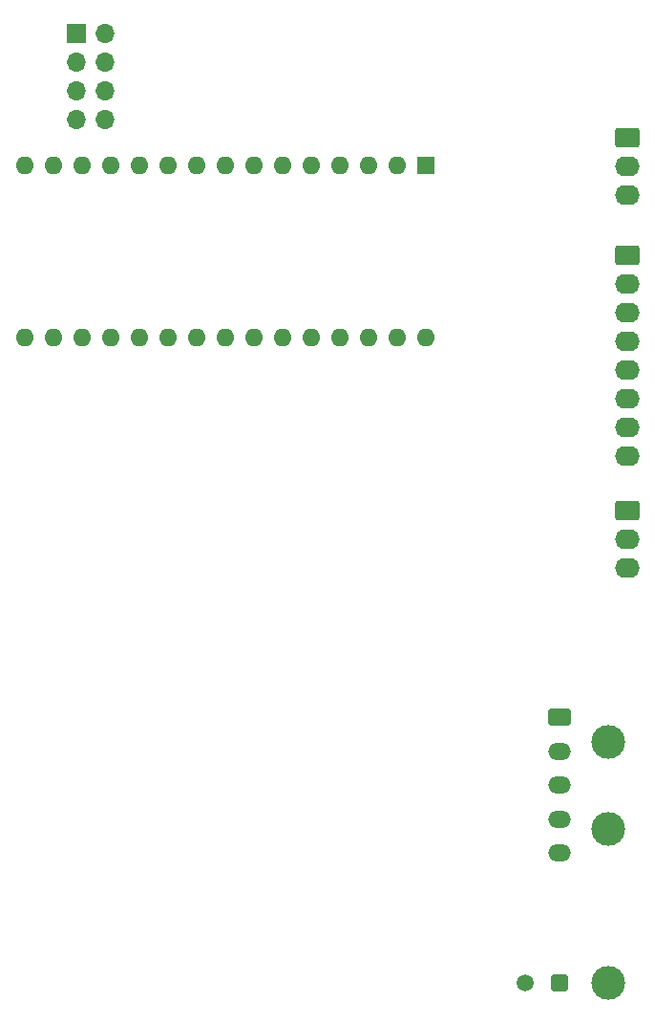
<source format=gbr>
%TF.GenerationSoftware,KiCad,Pcbnew,(6.0.1)*%
%TF.CreationDate,2023-02-14T20:17:07+00:00*%
%TF.ProjectId,dodsfalla_controller,646f6473-6661-46c6-9c61-5f636f6e7472,rev?*%
%TF.SameCoordinates,Original*%
%TF.FileFunction,Soldermask,Bot*%
%TF.FilePolarity,Negative*%
%FSLAX46Y46*%
G04 Gerber Fmt 4.6, Leading zero omitted, Abs format (unit mm)*
G04 Created by KiCad (PCBNEW (6.0.1)) date 2023-02-14 20:17:07*
%MOMM*%
%LPD*%
G01*
G04 APERTURE LIST*
G04 Aperture macros list*
%AMRoundRect*
0 Rectangle with rounded corners*
0 $1 Rounding radius*
0 $2 $3 $4 $5 $6 $7 $8 $9 X,Y pos of 4 corners*
0 Add a 4 corners polygon primitive as box body*
4,1,4,$2,$3,$4,$5,$6,$7,$8,$9,$2,$3,0*
0 Add four circle primitives for the rounded corners*
1,1,$1+$1,$2,$3*
1,1,$1+$1,$4,$5*
1,1,$1+$1,$6,$7*
1,1,$1+$1,$8,$9*
0 Add four rect primitives between the rounded corners*
20,1,$1+$1,$2,$3,$4,$5,0*
20,1,$1+$1,$4,$5,$6,$7,0*
20,1,$1+$1,$6,$7,$8,$9,0*
20,1,$1+$1,$8,$9,$2,$3,0*%
G04 Aperture macros list end*
%ADD10C,3.000000*%
%ADD11RoundRect,0.250001X-0.759999X0.499999X-0.759999X-0.499999X0.759999X-0.499999X0.759999X0.499999X0*%
%ADD12O,2.020000X1.500000*%
%ADD13RoundRect,0.250000X-0.845000X0.620000X-0.845000X-0.620000X0.845000X-0.620000X0.845000X0.620000X0*%
%ADD14O,2.190000X1.740000*%
%ADD15RoundRect,0.250001X-0.499999X0.499999X-0.499999X-0.499999X0.499999X-0.499999X0.499999X0.499999X0*%
%ADD16C,1.500000*%
%ADD17R,1.600000X1.600000*%
%ADD18O,1.600000X1.600000*%
%ADD19O,1.700000X1.700000*%
%ADD20R,1.700000X1.700000*%
G04 APERTURE END LIST*
D10*
%TO.C,J3*%
X190235000Y-105400000D03*
X190235000Y-113100000D03*
D11*
X185915000Y-103250000D03*
D12*
X185915000Y-106250000D03*
X185915000Y-109250000D03*
X185915000Y-112250000D03*
X185915000Y-115250000D03*
%TD*%
D13*
%TO.C,J5*%
X191915000Y-84960000D03*
D14*
X191915000Y-87500000D03*
X191915000Y-90040000D03*
%TD*%
D10*
%TO.C,J1*%
X190235000Y-126750000D03*
D15*
X185915000Y-126750000D03*
D16*
X182915000Y-126750000D03*
%TD*%
D17*
%TO.C,A1*%
X174050000Y-54390000D03*
D18*
X171510000Y-54390000D03*
X168970000Y-54390000D03*
X166430000Y-54390000D03*
X163890000Y-54390000D03*
X161350000Y-54390000D03*
X158810000Y-54390000D03*
X156270000Y-54390000D03*
X153730000Y-54390000D03*
X151190000Y-54390000D03*
X148650000Y-54390000D03*
X146110000Y-54390000D03*
X143570000Y-54390000D03*
X141030000Y-54390000D03*
X138490000Y-54390000D03*
X138490000Y-69630000D03*
X141030000Y-69630000D03*
X143570000Y-69630000D03*
X146110000Y-69630000D03*
X148650000Y-69630000D03*
X151190000Y-69630000D03*
X153730000Y-69630000D03*
X156270000Y-69630000D03*
X158810000Y-69630000D03*
X161350000Y-69630000D03*
X163890000Y-69630000D03*
X166430000Y-69630000D03*
X168970000Y-69630000D03*
X171510000Y-69630000D03*
X174050000Y-69630000D03*
%TD*%
D13*
%TO.C,J7*%
X191915000Y-51960000D03*
D14*
X191915000Y-54500000D03*
X191915000Y-57040000D03*
%TD*%
D19*
%TO.C,J2*%
X145640000Y-50320000D03*
X143100000Y-50320000D03*
X145640000Y-47780000D03*
X143100000Y-47780000D03*
X145640000Y-45240000D03*
X143100000Y-45240000D03*
X145640000Y-42700000D03*
D20*
X143100000Y-42700000D03*
%TD*%
D13*
%TO.C,J6*%
X191915000Y-62300000D03*
D14*
X191915000Y-64840000D03*
X191915000Y-67380000D03*
X191915000Y-69920000D03*
X191915000Y-72460000D03*
X191915000Y-75000000D03*
X191915000Y-77540000D03*
X191915000Y-80080000D03*
%TD*%
M02*

</source>
